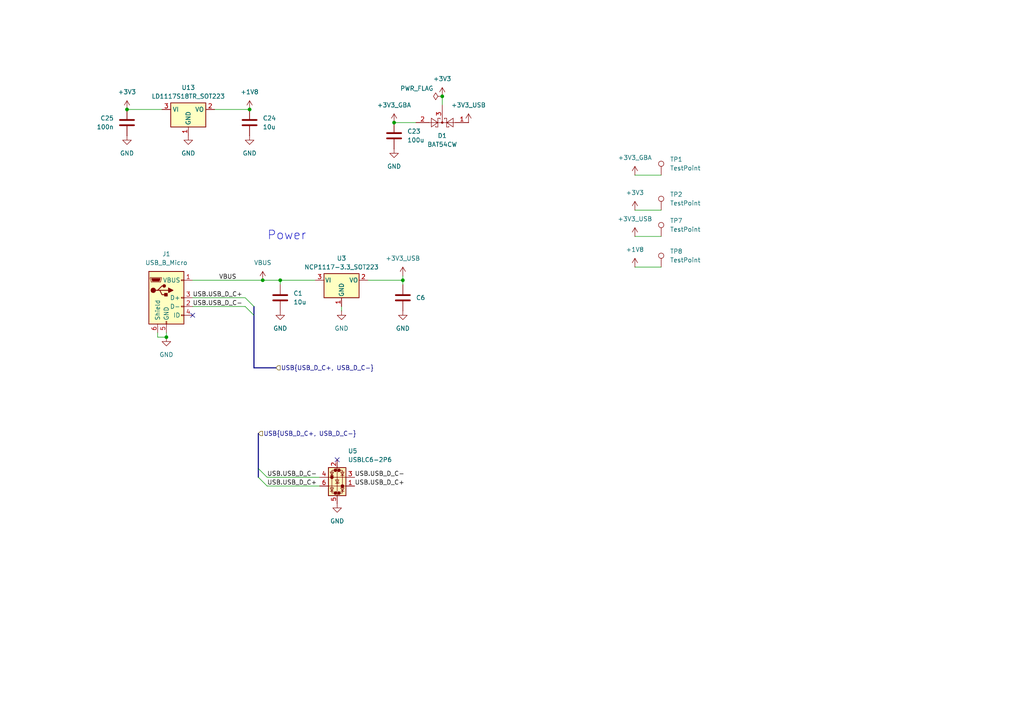
<source format=kicad_sch>
(kicad_sch (version 20250114) (generator "eeschema") (generator_version "9.0")
  (paper "A4")
  (lib_symbols
    (symbol "+3V3_2" (power) (pin_numbers (hide yes)) (pin_names (offset 0) (hide yes))
      (property "Value" "+3V3" (at 0 3.556 0))
      (symbol "+3V3_2_0_1"
        (polyline (pts (xy -0.762 1.27) (xy 0 2.54)))
        (polyline (pts (xy 0 2.54) (xy 0.762 1.27)))
        (polyline (pts (xy 0 0) (xy 0 2.54)))
      )
      (symbol "+3V3_2_1_1"
        (pin power_in line (at 0 0 90) (length 0) (name "~") (number "1"))
      )
    )
    (symbol "+3V3_3" (power) (pin_numbers (hide yes)) (pin_names (offset 0) (hide yes))
      (property "Value" "+3V3" (at 0 3.556 0))
      (symbol "+3V3_3_0_1"
        (polyline (pts (xy -0.762 1.27) (xy 0 2.54)))
        (polyline (pts (xy 0 2.54) (xy 0.762 1.27)))
        (polyline (pts (xy 0 0) (xy 0 2.54)))
      )
      (symbol "+3V3_3_1_1"
        (pin power_in line (at 0 0 90) (length 0) (name "~") (number "1"))
      )
    )
    (symbol "+3V3_4" (power) (pin_numbers (hide yes)) (pin_names (offset 0) (hide yes))
      (property "Value" "+3V3" (at 0 3.556 0))
      (symbol "+3V3_4_0_1"
        (polyline (pts (xy -0.762 1.27) (xy 0 2.54)))
        (polyline (pts (xy 0 2.54) (xy 0.762 1.27)))
        (polyline (pts (xy 0 0) (xy 0 2.54)))
      )
      (symbol "+3V3_4_1_1"
        (pin power_in line (at 0 0 90) (length 0) (name "~") (number "1"))
      )
    )
    (symbol "+3V3_5" (power) (pin_numbers (hide yes)) (pin_names (offset 0) (hide yes))
      (property "Value" "+3V3" (at 0 3.556 0))
      (symbol "+3V3_5_0_1"
        (polyline (pts (xy -0.762 1.27) (xy 0 2.54)))
        (polyline (pts (xy 0 2.54) (xy 0.762 1.27)))
        (polyline (pts (xy 0 0) (xy 0 2.54)))
      )
      (symbol "+3V3_5_1_1"
        (pin power_in line (at 0 0 90) (length 0) (name "~") (number "1"))
      )
    )
    (symbol "Connector:TestPoint" (pin_numbers (hide yes)) (pin_names (offset 0.762) (hide yes))
      (property "Reference" "TP" (at 0 6.858 0))
      (property "Value" "TestPoint" (at 0 5.08 0))
      (symbol "TestPoint_0_1"
        (circle (center 0 3.302) (radius 0.762))
      )
      (symbol "TestPoint_1_1"
        (pin passive line (at 0 0 90) (length 2.54) (name "1") (number "1"))
      )
    )
    (symbol "Connector:USB_B_Micro" (pin_names (offset 1.016))
      (property "Reference" "J" (at -5.08 11.43 0))
      (property "Value" "USB_B_Micro" (at -5.08 8.89 0))
      (symbol "USB_B_Micro_0_1"
        (rectangle (start -5.08 -7.62) (end 5.08 7.62) (stroke (width 0.254)) (fill (type background)))
        (polyline (pts (xy -4.699 5.842) (xy -4.699 5.588) (xy -4.445 4.826) (xy -4.445 4.572) (xy -1.651 4.572) (xy -1.651 4.826) (xy -1.397 5.588) (xy -1.397 5.842) (xy -4.699 5.842)))
        (polyline (pts (xy -4.318 5.588) (xy -1.778 5.588) (xy -2.032 4.826) (xy -4.064 4.826) (xy -4.318 5.588)) (fill (type outline)))
        (circle (center -3.81 2.159) (radius 0.635) (stroke (width 0.254)) (fill (type outline)))
        (polyline (pts (xy -3.175 2.159) (xy -2.54 2.159) (xy -1.27 3.429) (xy -0.635 3.429)) (stroke (width 0.254)))
        (polyline (pts (xy -2.54 2.159) (xy -1.905 2.159) (xy -1.27 0.889) (xy 0 0.889)) (stroke (width 0.254)))
        (polyline (pts (xy -1.905 2.159) (xy 0.635 2.159)) (stroke (width 0.254)))
        (circle (center -0.635 3.429) (radius 0.381) (stroke (width 0.254)) (fill (type outline)))
        (rectangle (start -0.127 -7.62) (end 0.127 -6.858))
        (rectangle (start 0.254 1.27) (end -0.508 0.508) (stroke (width 0.254)) (fill (type outline)))
        (polyline (pts (xy 0.635 2.794) (xy 0.635 1.524) (xy 1.905 2.159) (xy 0.635 2.794)) (stroke (width 0.254)) (fill (type outline)))
        (rectangle (start 5.08 4.953) (end 4.318 5.207))
        (rectangle (start 5.08 -0.127) (end 4.318 0.127))
        (rectangle (start 5.08 -2.667) (end 4.318 -2.413))
        (rectangle (start 5.08 -5.207) (end 4.318 -4.953))
      )
      (symbol "USB_B_Micro_1_1"
        (pin passive line (at -2.54 -10.16 90) (length 2.54) (name "Shield") (number "6"))
        (pin power_out line (at 0 -10.16 90) (length 2.54) (name "GND") (number "5"))
        (pin power_out line (at 7.62 5.08 180) (length 2.54) (name "VBUS") (number "1"))
        (pin bidirectional line (at 7.62 0 180) (length 2.54) (name "D+") (number "3"))
        (pin bidirectional line (at 7.62 -2.54 180) (length 2.54) (name "D-") (number "2"))
        (pin passive line (at 7.62 -5.08 180) (length 2.54) (name "ID") (number "4"))
      )
    )
    (symbol "Device:C" (pin_numbers (hide yes)) (pin_names (offset 0.254))
      (property "Reference" "C" (at 0.635 2.54 0))
      (property "Value" "C" (at 0.635 -2.54 0))
      (symbol "C_0_1"
        (polyline (pts (xy -2.032 0.762) (xy 2.032 0.762)) (stroke (width 0.508)))
        (polyline (pts (xy -2.032 -0.762) (xy 2.032 -0.762)) (stroke (width 0.508)))
      )
      (symbol "C_1_1"
        (pin passive line (at 0 3.81 270) (length 2.794) (name "~") (number "1"))
        (pin passive line (at 0 -3.81 90) (length 2.794) (name "~") (number "2"))
      )
    )
    (symbol "Diode:BAT54CW" (pin_names (offset 1.016))
      (property "Reference" "D" (at 0.635 -3.81 0))
      (property "Value" "BAT54CW" (at -6.35 3.175 0))
      (symbol "BAT54CW_0_1"
        (polyline (pts (xy -3.175 -1.27) (xy -3.175 1.27) (xy -1.27 0) (xy -3.175 -1.27)))
        (polyline (pts (xy -1.905 1.27) (xy -1.905 1.016)))
        (polyline (pts (xy -1.905 0) (xy 1.905 0)))
        (polyline (pts (xy -1.27 1.27) (xy -1.905 1.27)))
        (polyline (pts (xy -1.27 1.27) (xy -1.27 -1.27)))
        (polyline (pts (xy -1.27 0) (xy -3.81 0)))
        (polyline (pts (xy -1.27 -1.27) (xy -0.635 -1.27)))
        (polyline (pts (xy -0.635 -1.27) (xy -0.635 -1.016)))
        (circle (center 0 0) (radius 0.254) (fill (type outline)))
        (polyline (pts (xy 0.635 -1.27) (xy 0.635 -1.016)))
        (polyline (pts (xy 1.27 1.27) (xy 1.27 -1.27)))
        (polyline (pts (xy 1.27 1.27) (xy 1.905 1.27)))
        (polyline (pts (xy 1.27 -1.27) (xy 0.635 -1.27)))
        (polyline (pts (xy 1.905 1.27) (xy 1.905 1.016)))
        (polyline (pts (xy 3.175 -1.27) (xy 3.175 1.27) (xy 1.27 0) (xy 3.175 -1.27)))
        (polyline (pts (xy 3.81 0) (xy 1.27 0)))
      )
      (symbol "BAT54CW_1_1"
        (pin passive line (at -7.62 0 0) (length 3.81) (name "~") (number "1"))
        (pin passive line (at 0 -5.08 90) (length 5.08) (name "~") (number "3"))
        (pin passive line (at 7.62 0 180) (length 3.81) (name "~") (number "2"))
      )
    )
    (symbol "GND_1" (power) (pin_numbers (hide yes)) (pin_names (offset 0) (hide yes))
      (property "Value" "GND" (at 0 -3.81 0))
      (symbol "GND_1_0_1"
        (polyline (pts (xy 0 0) (xy 0 -1.27) (xy 1.27 -1.27) (xy 0 -2.54) (xy -1.27 -1.27) (xy 0 -1.27)))
      )
      (symbol "GND_1_1_1"
        (pin power_in line (at 0 0 270) (length 0) (name "~") (number "1"))
      )
    )
    (symbol "GND_2" (power) (pin_numbers (hide yes)) (pin_names (offset 0) (hide yes))
      (property "Value" "GND" (at 0 -3.81 0))
      (symbol "GND_2_0_1"
        (polyline (pts (xy 0 0) (xy 0 -1.27) (xy 1.27 -1.27) (xy 0 -2.54) (xy -1.27 -1.27) (xy 0 -1.27)))
      )
      (symbol "GND_2_1_1"
        (pin power_in line (at 0 0 270) (length 0) (name "~") (number "1"))
      )
    )
    (symbol "GND_3" (power) (pin_numbers (hide yes)) (pin_names (offset 0) (hide yes))
      (property "Value" "GND" (at 0 -3.81 0))
      (symbol "GND_3_0_1"
        (polyline (pts (xy 0 0) (xy 0 -1.27) (xy 1.27 -1.27) (xy 0 -2.54) (xy -1.27 -1.27) (xy 0 -1.27)))
      )
      (symbol "GND_3_1_1"
        (pin power_in line (at 0 0 270) (length 0) (name "~") (number "1"))
      )
    )
    (symbol "GND_4" (power) (pin_numbers (hide yes)) (pin_names (offset 0) (hide yes))
      (property "Value" "GND" (at 0 -3.81 0))
      (symbol "GND_4_0_1"
        (polyline (pts (xy 0 0) (xy 0 -1.27) (xy 1.27 -1.27) (xy 0 -2.54) (xy -1.27 -1.27) (xy 0 -1.27)))
      )
      (symbol "GND_4_1_1"
        (pin power_in line (at 0 0 270) (length 0) (name "~") (number "1"))
      )
    )
    (symbol "GND_5" (power) (pin_numbers (hide yes)) (pin_names (offset 0) (hide yes))
      (property "Value" "GND" (at 0 -3.81 0))
      (symbol "GND_5_0_1"
        (polyline (pts (xy 0 0) (xy 0 -1.27) (xy 1.27 -1.27) (xy 0 -2.54) (xy -1.27 -1.27) (xy 0 -1.27)))
      )
      (symbol "GND_5_1_1"
        (pin power_in line (at 0 0 270) (length 0) (name "~") (number "1"))
      )
    )
    (symbol "GND_6" (power) (pin_numbers (hide yes)) (pin_names (offset 0) (hide yes))
      (property "Value" "GND" (at 0 -3.81 0))
      (symbol "GND_6_0_1"
        (polyline (pts (xy 0 0) (xy 0 -1.27) (xy 1.27 -1.27) (xy 0 -2.54) (xy -1.27 -1.27) (xy 0 -1.27)))
      )
      (symbol "GND_6_1_1"
        (pin power_in line (at 0 0 270) (length 0) (name "~") (number "1"))
      )
    )
    (symbol "GND_7" (power) (pin_numbers (hide yes)) (pin_names (offset 0) (hide yes))
      (property "Value" "GND" (at 0 -3.81 0))
      (symbol "GND_7_0_1"
        (polyline (pts (xy 0 0) (xy 0 -1.27) (xy 1.27 -1.27) (xy 0 -2.54) (xy -1.27 -1.27) (xy 0 -1.27)))
      )
      (symbol "GND_7_1_1"
        (pin power_in line (at 0 0 270) (length 0) (name "~") (number "1"))
      )
    )
    (symbol "GND_8" (power) (pin_numbers (hide yes)) (pin_names (offset 0) (hide yes))
      (property "Value" "GND" (at 0 -3.81 0))
      (symbol "GND_8_0_1"
        (polyline (pts (xy 0 0) (xy 0 -1.27) (xy 1.27 -1.27) (xy 0 -2.54) (xy -1.27 -1.27) (xy 0 -1.27)))
      )
      (symbol "GND_8_1_1"
        (pin power_in line (at 0 0 270) (length 0) (name "~") (number "1"))
      )
    )
    (symbol "Power_Protection:USBLC6-2P6" (pin_names (hide yes))
      (property "Reference" "U" (at 0.635 5.715 0))
      (property "Value" "USBLC6-2P6" (at 0.635 3.81 0))
      (symbol "USBLC6-2P6_0_0"
        (circle (center -1.524 0) (radius 0.0001) (stroke (width 0.508)))
        (circle (center -0.508 2.032) (radius 0.0001) (stroke (width 0.508)))
        (circle (center -0.508 -4.572) (radius 0.0001) (stroke (width 0.508)))
        (circle (center 0.508 2.032) (radius 0.0001) (stroke (width 0.508)))
        (circle (center 0.508 -4.572) (radius 0.0001) (stroke (width 0.508)))
        (circle (center 1.524 -2.54) (radius 0.0001) (stroke (width 0.508)))
      )
      (symbol "USBLC6-2P6_0_1"
        (polyline (pts (xy -2.54 0) (xy 2.54 0)))
        (polyline (pts (xy -2.54 -2.54) (xy 2.54 -2.54)))
        (polyline (pts (xy -2.032 0.508) (xy -1.016 0.508) (xy -1.524 1.524) (xy -2.032 0.508)))
        (polyline (pts (xy -2.032 -3.048) (xy -1.016 -3.048)))
        (polyline (pts (xy -1.016 1.524) (xy -2.032 1.524)))
        (polyline (pts (xy -1.016 -4.064) (xy -2.032 -4.064) (xy -1.524 -3.048) (xy -1.016 -4.064)))
        (polyline (pts (xy -0.508 -1.143) (xy -0.508 -0.762) (xy 0.508 -0.762)))
        (polyline (pts (xy 0 2.54) (xy -0.508 2.032) (xy 0.508 2.032) (xy 0 1.524) (xy 0 -4.064) (xy -0.508 -4.572) (xy 0.508 -4.572) (xy 0 -5.08)))
        (polyline (pts (xy 0.508 -1.778) (xy -0.508 -1.778) (xy 0 -0.762) (xy 0.508 -1.778)))
        (polyline (pts (xy 1.016 1.524) (xy 2.032 1.524)))
        (polyline (pts (xy 1.016 -3.048) (xy 2.032 -3.048)))
        (polyline (pts (xy 2.032 0.508) (xy 1.016 0.508) (xy 1.524 1.524) (xy 2.032 0.508)))
        (polyline (pts (xy 2.032 -4.064) (xy 1.016 -4.064) (xy 1.524 -3.048) (xy 2.032 -4.064)))
      )
      (symbol "USBLC6-2P6_1_1"
        (rectangle (start -2.54 2.794) (end 2.54 -5.334) (stroke (width 0.254)) (fill (type background)))
        (polyline (pts (xy -0.508 2.032) (xy -1.524 2.032) (xy -1.524 -4.572) (xy -0.508 -4.572)))
        (polyline (pts (xy 0.508 -4.572) (xy 1.524 -4.572) (xy 1.524 2.032) (xy 0.508 2.032)))
        (pin passive line (at -5.08 0 0) (length 2.54) (name "I/O1") (number "1"))
        (pin passive line (at -5.08 -2.54 0) (length 2.54) (name "I/O2") (number "3"))
        (pin passive line (at 0 5.08 270) (length 2.54) (name "VBUS") (number "5"))
        (pin passive line (at 0 -7.62 90) (length 2.54) (name "GND") (number "2"))
        (pin passive line (at 5.08 0 180) (length 2.54) (name "I/O1") (number "6"))
        (pin passive line (at 5.08 -2.54 180) (length 2.54) (name "I/O2") (number "4"))
      )
    )
    (symbol "Regulator_Linear:LD1117S18TR_SOT223"
      (property "Reference" "U" (at -3.81 3.175 0))
      (property "Value" "LD1117S18TR_SOT223" (at 0 3.175 0))
      (symbol "LD1117S18TR_SOT223_0_1"
        (rectangle (start -5.08 -5.08) (end 5.08 1.905) (stroke (width 0.254)) (fill (type background)))
      )
      (symbol "LD1117S18TR_SOT223_1_1"
        (pin power_in line (at -7.62 0 0) (length 2.54) (name "VI") (number "3"))
        (pin power_in line (at 0 -7.62 90) (length 2.54) (name "GND") (number "1"))
        (pin power_out line (at 7.62 0 180) (length 2.54) (name "VO") (number "2"))
      )
    )
    (symbol "Regulator_Linear:NCP1117-3.3_SOT223" (pin_names (offset 0.254))
      (property "Reference" "U" (at -3.81 3.175 0))
      (property "Value" "NCP1117-3.3_SOT223" (at 0 3.175 0))
      (symbol "NCP1117-3.3_SOT223_0_1"
        (rectangle (start -5.08 -5.08) (end 5.08 1.905) (stroke (width 0.254)) (fill (type background)))
      )
      (symbol "NCP1117-3.3_SOT223_1_1"
        (pin power_in line (at -7.62 0 0) (length 2.54) (name "VI") (number "3"))
        (pin power_in line (at 0 -7.62 90) (length 2.54) (name "GND") (number "1"))
        (pin power_out line (at 7.62 0 180) (length 2.54) (name "VO") (number "2"))
      )
    )
    (symbol "VBUS_1" (power) (pin_numbers (hide yes)) (pin_names (offset 0) (hide yes))
      (property "Value" "VBUS" (at 0 3.556 0))
      (symbol "VBUS_1_0_1"
        (polyline (pts (xy -0.762 1.27) (xy 0 2.54)))
        (polyline (pts (xy 0 2.54) (xy 0.762 1.27)))
        (polyline (pts (xy 0 0) (xy 0 2.54)))
      )
      (symbol "VBUS_1_1_1"
        (pin power_in line (at 0 0 90) (length 0) (name "~") (number "1"))
      )
    )
    (symbol "power:+1V8" (power) (pin_numbers (hide yes)) (pin_names (offset 0) (hide yes))
      (property "Value" "+1V8" (at 0 3.556 0))
      (symbol "+1V8_0_1"
        (polyline (pts (xy -0.762 1.27) (xy 0 2.54)))
        (polyline (pts (xy 0 2.54) (xy 0.762 1.27)))
        (polyline (pts (xy 0 0) (xy 0 2.54)))
      )
      (symbol "+1V8_1_1"
        (pin power_in line (at 0 0 90) (length 0) (name "~") (number "1"))
      )
    )
    (symbol "power:PWR_FLAG" (power) (pin_numbers (hide yes)) (pin_names (offset 0) (hide yes))
      (property "Value" "PWR_FLAG" (at 0 3.81 0))
      (symbol "PWR_FLAG_0_0"
        (pin power_out line (at 0 0 90) (length 0) (name "~") (number "1"))
      )
      (symbol "PWR_FLAG_0_1"
        (polyline (pts (xy 0 0) (xy 0 1.27) (xy -1.016 1.905) (xy 0 2.54) (xy 1.016 1.905) (xy 0 1.27)))
      )
    )
  )
  (text "Power" (at 77.47 69.85 0) (effects (font (size 2.54 2.54)) (justify left bottom)))
  (junction (at 128.27 27.94))
  (junction (at 72.39 31.75))
  (junction (at 48.26 97.79))
  (junction (at 116.84 81.28))
  (junction (at 81.28 81.28))
  (junction (at 36.83 31.75))
  (junction (at 114.3 35.56))
  (junction (at 76.2 81.28))
  (no_connect (at 97.79 133.35))
  (no_connect (at 55.88 91.44))
  (bus_entry (at 74.93 138.43) (size 2.54 2.54))
  (bus_entry (at 73.66 88.9) (size -2.54 -2.54))
  (bus_entry (at 74.93 135.89) (size 2.54 2.54))
  (bus_entry (at 73.66 91.44) (size -2.54 -2.54))
  (wire (pts (xy 99.06 88.9) (xy 99.06 90.17)))
  (wire (pts (xy 48.26 96.52) (xy 48.26 97.79)))
  (wire (pts (xy 76.2 81.28) (xy 81.28 81.28)))
  (wire (pts (xy 72.39 31.75) (xy 62.23 31.75)))
  (wire (pts (xy 120.65 35.56) (xy 114.3 35.56)))
  (wire (pts (xy 71.12 86.36) (xy 55.88 86.36)))
  (wire (pts (xy 91.44 81.28) (xy 81.28 81.28)))
  (bus (pts (xy 73.66 88.9) (xy 73.66 91.44)))
  (wire (pts (xy 106.68 81.28) (xy 116.84 81.28)))
  (wire (pts (xy 71.12 88.9) (xy 55.88 88.9)))
  (wire (pts (xy 77.47 140.97) (xy 92.71 140.97)))
  (wire (pts (xy 128.27 27.94) (xy 128.27 30.48)))
  (bus (pts (xy 73.66 106.68) (xy 73.66 91.44)))
  (wire (pts (xy 77.47 138.43) (xy 92.71 138.43)))
  (wire (pts (xy 184.15 50.8) (xy 191.77 50.8)))
  (wire (pts (xy 45.72 96.52) (xy 45.72 97.79)))
  (wire (pts (xy 36.83 31.75) (xy 46.99 31.75)))
  (bus (pts (xy 80.01 106.68) (xy 73.66 106.68)))
  (wire (pts (xy 55.88 81.28) (xy 76.2 81.28)))
  (wire (pts (xy 184.15 68.58) (xy 191.77 68.58)))
  (wire (pts (xy 116.84 80.01) (xy 116.84 81.28)))
  (wire (pts (xy 184.15 77.47) (xy 191.77 77.47)))
  (wire (pts (xy 81.28 82.55) (xy 81.28 81.28)))
  (wire (pts (xy 48.26 97.79) (xy 45.72 97.79)))
  (bus (pts (xy 74.93 125.73) (xy 74.93 135.89)))
  (bus (pts (xy 74.93 135.89) (xy 74.93 138.43)))
  (wire (pts (xy 191.77 60.96) (xy 184.15 60.96)))
  (wire (pts (xy 116.84 82.55) (xy 116.84 81.28)))
  (label "VBUS" (at 63.5 81.28 0))
  (label "USB.USB_D_C+" (at 102.87 140.97 0))
  (label "USB.USB_D_C-" (at 77.47 138.43 0))
  (label "USB.USB_D_C-" (at 55.88 88.9 0))
  (label "USB.USB_D_C-" (at 102.87 138.43 0))
  (label "USB.USB_D_C+" (at 77.47 140.97 0))
  (label "USB.USB_D_C+" (at 55.88 86.36 0))
  (hierarchical_label "USB{USB_D_C+, USB_D_C-}" (shape input) (at 80.01 106.68 0))
  (hierarchical_label "USB{USB_D_C+, USB_D_C-}" (shape input) (at 74.93 125.73 0))
  (symbol (lib_id "Device:C") (at 72.39 35.56 0) (unit 1)
    (property "Reference" "C24" (at 76.2 34.2899 0) (effects (justify left)))
    (property "Value" "10u" (at 76.2 36.8299 0) (effects (justify left)))
    (property "Footprint" "Capacitor_SMD:C_0805_2012Metric" (effects (hide yes)))
  )
  (symbol (lib_name "GND_3") (lib_id "power:GND") (at 72.39 39.37 0) (unit 1)
    (property "Reference" "#PWR025" (effects (hide yes)))
    (property "Value" "GND" (at 72.39 44.45 0))
    (property "Description" "Power symbol creates a global label with name \"GND\" , ground" (effects (hide yes)))
  )
  (symbol (lib_id "Connector:TestPoint") (at 191.77 68.58 0) (unit 1)
    (property "Reference" "TP7" (at 194.31 64.0079 0) (effects (justify left)))
    (property "Value" "TestPoint" (at 194.31 66.5479 0) (effects (justify left)))
    (property "Footprint" "TestPoint:TestPoint_Keystone_5015_Micro_Mini" (effects (hide yes)))
    (property "Description" "test point" (effects (hide yes)))
  )
  (symbol (lib_id "Regulator_Linear:NCP1117-3.3_SOT223") (at 99.06 81.28 0) (unit 1)
    (property "Reference" "U3" (at 99.06 74.93 0))
    (property "Value" "NCP1117-3.3_SOT223" (at 99.06 77.47 0))
    (property "Footprint" "Package_TO_SOT_SMD:SOT-223-3_TabPin2" (effects (hide yes)))
    (property "Datasheet" "http://www.onsemi.com/pub_link/Collateral/NCP1117-D.PDF" (effects (hide yes)))
  )
  (symbol (lib_name "+3V3_3") (lib_id "power:+3V3") (at 184.15 60.96 0) (unit 1)
    (property "Reference" "#PWR027" (effects (hide yes)))
    (property "Value" "+3V3" (at 184.15 55.88 0))
    (property "Description" "Power symbol creates a global label with name \"+3V3\"" (effects (hide yes)))
  )
  (symbol (lib_name "+3V3_2") (lib_id "power:+3V3") (at 128.27 27.94 0) (unit 1)
    (property "Reference" "#PWR041" (effects (hide yes)))
    (property "Value" "+3V3" (at 128.27 22.86 0))
    (property "Description" "Power symbol creates a global label with name \"+3V3\"" (effects (hide yes)))
  )
  (symbol (lib_name "GND_1") (lib_id "power:GND") (at 36.83 39.37 0) (unit 1)
    (property "Reference" "#PWR014" (effects (hide yes)))
    (property "Value" "GND" (at 36.83 44.45 0))
    (property "Description" "Power symbol creates a global label with name \"GND\" , ground" (effects (hide yes)))
  )
  (symbol (lib_id "power:+1V8") (at 184.15 77.47 0) (unit 1)
    (property "Reference" "#PWR028" (effects (hide yes)))
    (property "Value" "+1V8" (at 184.15 72.39 0))
    (property "Description" "Power symbol creates a global label with name \"+1V8\"" (effects (hide yes)))
  )
  (symbol (lib_name "+3V3_5") (lib_id "power:+3V3") (at 184.15 68.58 0) (unit 1)
    (property "Reference" "#PWR034" (effects (hide yes)))
    (property "Value" "+3V3_USB" (at 184.15 63.5 0))
    (property "Description" "Power symbol creates a global label with name \"+3V3\"" (effects (hide yes)))
  )
  (symbol (lib_id "Diode:BAT54CW") (at 128.27 35.56 180) (unit 1)
    (property "Reference" "D1" (at 128.27 39.37 0))
    (property "Value" "BAT54CW" (at 128.27 41.91 0))
    (property "Footprint" "Package_TO_SOT_SMD:SOT-323_SC-70" (effects (hide yes)))
    (property "Datasheet" "https://assets.nexperia.com/documents/data-sheet/BAT54W_SER.pdf" (effects (hide yes)))
    (property "Description" "Dual schottky barrier diode, common cathode, SOT-323" (effects (hide yes)))
  )
  (symbol (lib_name "GND_5") (lib_id "power:GND") (at 97.79 146.05 0) (unit 1)
    (property "Reference" "#PWR05" (effects (hide yes)))
    (property "Value" "GND" (at 97.79 151.13 0))
    (property "Description" "Power symbol creates a global label with name \"GND\" , ground" (effects (hide yes)))
  )
  (symbol (lib_name "GND_2") (lib_id "power:GND") (at 54.61 39.37 0) (unit 1)
    (property "Reference" "#PWR017" (effects (hide yes)))
    (property "Value" "GND" (at 54.61 44.45 0))
    (property "Description" "Power symbol creates a global label with name \"GND\" , ground" (effects (hide yes)))
  )
  (symbol (lib_id "Connector:USB_B_Micro") (at 48.26 86.36 0) (unit 1)
    (property "Reference" "J1" (at 48.26 73.66 0))
    (property "Value" "USB_B_Micro" (at 48.26 76.2 0))
    (property "Footprint" "Connector_USB:USB_Micro-B_Amphenol_10103594-0001LF_Horizontal" (effects (hide yes)))
  )
  (symbol (lib_id "Connector:TestPoint") (at 191.77 50.8 0) (unit 1)
    (property "Reference" "TP1" (at 194.31 46.2279 0) (effects (justify left)))
    (property "Value" "TestPoint" (at 194.31 48.7679 0) (effects (justify left)))
    (property "Footprint" "TestPoint:TestPoint_Keystone_5015_Micro_Mini" (effects (hide yes)))
    (property "Description" "test point" (effects (hide yes)))
  )
  (symbol (lib_id "power:PWR_FLAG") (at 128.27 27.94 90) (unit 1)
    (property "Reference" "#FLG02" (effects (hide yes)))
    (property "Value" "PWR_FLAG" (at 125.73 25.654 90) (effects (justify left)))
    (property "Description" "Special symbol for telling ERC where power comes from" (effects (hide yes)))
  )
  (symbol (lib_name "+3V3_4") (lib_id "power:+3V3") (at 184.15 50.8 0) (unit 1)
    (property "Reference" "#PWR010" (effects (hide yes)))
    (property "Value" "+3V3_GBA" (at 184.15 45.72 0))
    (property "Description" "Power symbol creates a global label with name \"+3V3\"" (effects (hide yes)))
  )
  (symbol (lib_id "Power_Protection:USBLC6-2P6") (at 97.79 140.97 180) (unit 1)
    (property "Reference" "U5" (at 100.9081 130.81 0) (effects (justify right)))
    (property "Value" "USBLC6-2P6" (at 100.9081 133.35 0) (effects (justify right)))
    (property "Footprint" "Package_TO_SOT_SMD:SOT-666" (effects (hide yes)))
    (property "Datasheet" "https://www.st.com/resource/en/datasheet/usblc6-2.pdf" (effects (hide yes)))
    (property "Description" "Very low capacitance ESD protection diode, 2 data-line, SOT-666" (effects (hide yes)))
  )
  (symbol (lib_id "Device:C") (at 36.83 35.56 0) (unit 1)
    (property "Reference" "C25" (at 33.02 34.2899 0) (effects (justify right)))
    (property "Value" "100n" (at 33.02 36.8299 0) (effects (justify right)))
    (property "Footprint" "Capacitor_SMD:C_0805_2012Metric" (effects (hide yes)))
  )
  (symbol (lib_name "+3V3_4") (lib_id "power:+3V3") (at 114.3 35.56 0) (unit 1)
    (property "Reference" "#PWR03" (effects (hide yes)))
    (property "Value" "+3V3_GBA" (at 114.3 30.48 0))
    (property "Description" "Power symbol creates a global label with name \"+3V3\"" (effects (hide yes)))
  )
  (symbol (lib_id "Device:C") (at 81.28 86.36 0) (unit 1)
    (property "Reference" "C1" (at 85.09 85.0899 0) (effects (justify left)))
    (property "Value" "10u" (at 85.09 87.6299 0) (effects (justify left)))
    (property "Footprint" "Capacitor_SMD:C_0805_2012Metric" (effects (hide yes)))
  )
  (symbol (lib_id "Device:C") (at 114.3 39.37 0) (unit 1)
    (property "Reference" "C23" (at 118.11 38.0999 0) (effects (justify left)))
    (property "Value" "100u" (at 118.11 40.6399 0) (effects (justify left)))
    (property "Footprint" "Capacitor_SMD:C_0805_2012Metric" (effects (hide yes)))
  )
  (symbol (lib_name "GND_4") (lib_id "power:GND") (at 48.26 97.79 0) (unit 1)
    (property "Reference" "#PWR030" (effects (hide yes)))
    (property "Value" "GND" (at 48.26 102.87 0))
    (property "Description" "Power symbol creates a global label with name \"GND\" , ground" (effects (hide yes)))
  )
  (symbol (lib_name "GND_5") (lib_id "power:GND") (at 81.28 90.17 0) (unit 1)
    (property "Reference" "#PWR033" (effects (hide yes)))
    (property "Value" "GND" (at 81.28 95.25 0))
    (property "Description" "Power symbol creates a global label with name \"GND\" , ground" (effects (hide yes)))
  )
  (symbol (lib_name "VBUS_1") (lib_id "power:VBUS") (at 76.2 81.28 0) (unit 1)
    (property "Reference" "#PWR01" (effects (hide yes)))
    (property "Value" "VBUS" (at 76.2 76.2 0))
    (property "Description" "Power symbol creates a global label with name \"VBUS\"" (effects (hide yes)))
  )
  (symbol (lib_id "Connector:TestPoint") (at 191.77 77.47 0) (unit 1)
    (property "Reference" "TP8" (at 194.31 72.8979 0) (effects (justify left)))
    (property "Value" "TestPoint" (at 194.31 75.4379 0) (effects (justify left)))
    (property "Footprint" "TestPoint:TestPoint_Keystone_5015_Micro_Mini" (effects (hide yes)))
    (property "Description" "test point" (effects (hide yes)))
  )
  (symbol (lib_id "Connector:TestPoint") (at 191.77 60.96 0) (unit 1)
    (property "Reference" "TP2" (at 194.31 56.3879 0) (effects (justify left)))
    (property "Value" "TestPoint" (at 194.31 58.9279 0) (effects (justify left)))
    (property "Footprint" "TestPoint:TestPoint_Keystone_5015_Micro_Mini" (effects (hide yes)))
    (property "Description" "test point" (effects (hide yes)))
  )
  (symbol (lib_id "power:+1V8") (at 72.39 31.75 0) (unit 1)
    (property "Reference" "#PWR026" (effects (hide yes)))
    (property "Value" "+1V8" (at 72.39 26.67 0))
    (property "Description" "Power symbol creates a global label with name \"+1V8\"" (effects (hide yes)))
  )
  (symbol (lib_name "GND_8") (lib_id "power:GND") (at 114.3 43.18 0) (unit 1)
    (property "Reference" "#PWR02" (effects (hide yes)))
    (property "Value" "GND" (at 114.3 48.26 0))
    (property "Description" "Power symbol creates a global label with name \"GND\" , ground" (effects (hide yes)))
  )
  (symbol (lib_id "Device:C") (at 116.84 86.36 0) (unit 1)
    (property "Reference" "C6" (at 120.65 86.3599 0) (effects (justify left)))
    (property "Value" "10u" (effects (hide yes)))
    (property "Footprint" "Capacitor_SMD:C_0805_2012Metric" (effects (hide yes)))
  )
  (symbol (lib_name "GND_7") (lib_id "power:GND") (at 116.84 90.17 0) (unit 1)
    (property "Reference" "#PWR044" (effects (hide yes)))
    (property "Value" "GND" (at 116.84 95.25 0))
    (property "Description" "Power symbol creates a global label with name \"GND\" , ground" (effects (hide yes)))
  )
  (symbol (lib_id "Regulator_Linear:LD1117S18TR_SOT223") (at 54.61 31.75 0) (unit 1)
    (property "Reference" "U13" (at 54.61 25.4 0))
    (property "Value" "LD1117S18TR_SOT223" (at 54.61 27.94 0))
    (property "Footprint" "Package_TO_SOT_SMD:SOT-223-3_TabPin2" (effects (hide yes)))
    (property "Datasheet" "http://www.st.com/st-web-ui/static/active/en/resource/technical/document/datasheet/CD00000544.pdf" (effects (hide yes)))
    (property "Description" "800mA Fixed Low Drop Positive Voltage Regulator, Fixed Output 1.8V, SOT-223" (effects (hide yes)))
  )
  (symbol (lib_name "+3V3_5") (lib_id "power:+3V3") (at 135.89 35.56 0) (unit 1)
    (property "Reference" "#PWR013" (effects (hide yes)))
    (property "Value" "+3V3_USB" (at 135.89 30.48 0))
    (property "Description" "Power symbol creates a global label with name \"+3V3\"" (effects (hide yes)))
  )
  (symbol (lib_name "+3V3_2") (lib_id "power:+3V3") (at 36.83 31.75 0) (unit 1)
    (property "Reference" "#PWR011" (effects (hide yes)))
    (property "Value" "+3V3" (at 36.83 26.67 0))
    (property "Description" "Power symbol creates a global label with name \"+3V3\"" (effects (hide yes)))
  )
  (symbol (lib_name "+3V3_5") (lib_id "power:+3V3") (at 116.84 80.01 0) (unit 1)
    (property "Reference" "#PWR032" (effects (hide yes)))
    (property "Value" "+3V3_USB" (at 116.84 74.93 0))
    (property "Description" "Power symbol creates a global label with name \"+3V3\"" (effects (hide yes)))
  )
  (symbol (lib_name "GND_6") (lib_id "power:GND") (at 99.06 90.17 0) (unit 1)
    (property "Reference" "#PWR043" (effects (hide yes)))
    (property "Value" "GND" (at 99.06 95.25 0))
    (property "Description" "Power symbol creates a global label with name \"GND\" , ground" (effects (hide yes)))
  )
)
</source>
